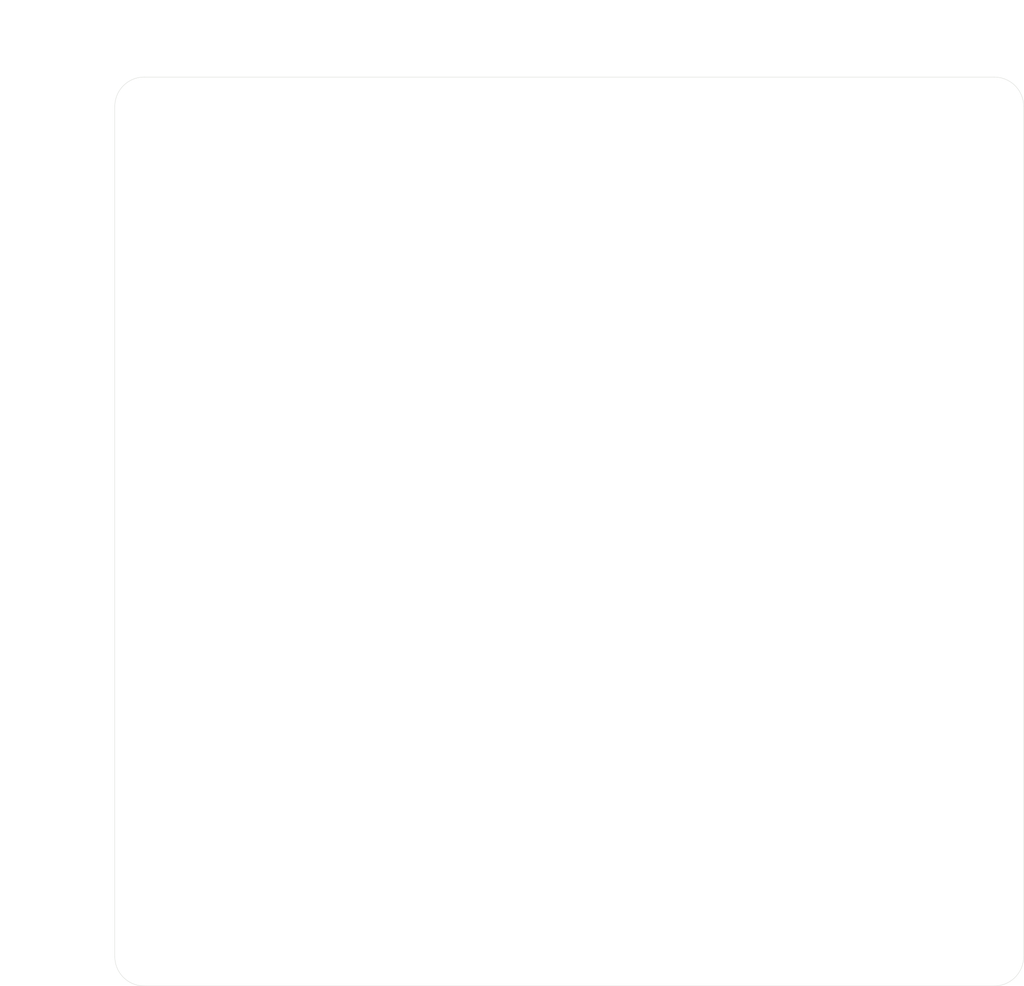
<source format=kicad_pcb>
(kicad_pcb (version 20211014) (generator pcbnew)

  (general
    (thickness 3.66)
  )

  (paper "USLetter")
  (title_block
    (rev "1")
  )

  (layers
    (0 "F.Cu" signal "Front")
    (1 "In1.Cu" signal)
    (2 "In2.Cu" signal)
    (31 "B.Cu" signal "Back")
    (34 "B.Paste" user)
    (35 "F.Paste" user)
    (36 "B.SilkS" user "B.Silkscreen")
    (37 "F.SilkS" user "F.Silkscreen")
    (38 "B.Mask" user)
    (39 "F.Mask" user)
    (44 "Edge.Cuts" user)
    (45 "Margin" user)
    (46 "B.CrtYd" user "B.Courtyard")
    (47 "F.CrtYd" user "F.Courtyard")
    (49 "F.Fab" user)
  )

  (setup
    (stackup
      (layer "F.SilkS" (type "Top Silk Screen"))
      (layer "F.Paste" (type "Top Solder Paste"))
      (layer "F.Mask" (type "Top Solder Mask") (thickness 0.01))
      (layer "F.Cu" (type "copper") (thickness 0.035))
      (layer "dielectric 1" (type "core") (thickness 0.48) (material "FR4") (epsilon_r 4.5) (loss_tangent 0.02))
      (layer "In1.Cu" (type "copper") (thickness 0.035))
      (layer "dielectric 2" (type "prepreg") (thickness 1.51) (material "FR4") (epsilon_r 4.5) (loss_tangent 0.02))
      (layer "In2.Cu" (type "copper") (thickness 0.035))
      (layer "dielectric 3" (type "core") (thickness 1.51) (material "FR4") (epsilon_r 4.5) (loss_tangent 0.02))
      (layer "B.Cu" (type "copper") (thickness 0.035))
      (layer "B.Mask" (type "Bottom Solder Mask") (thickness 0.01))
      (layer "B.Paste" (type "Bottom Solder Paste"))
      (layer "B.SilkS" (type "Bottom Silk Screen"))
      (copper_finish "None")
      (dielectric_constraints no)
    )
    (pad_to_mask_clearance 0)
    (solder_mask_min_width 0.12)
    (pcbplotparams
      (layerselection 0x00010fc_ffffffff)
      (disableapertmacros false)
      (usegerberextensions false)
      (usegerberattributes false)
      (usegerberadvancedattributes false)
      (creategerberjobfile false)
      (svguseinch false)
      (svgprecision 6)
      (excludeedgelayer true)
      (plotframeref false)
      (viasonmask false)
      (mode 1)
      (useauxorigin false)
      (hpglpennumber 1)
      (hpglpenspeed 20)
      (hpglpendiameter 15.000000)
      (dxfpolygonmode true)
      (dxfimperialunits true)
      (dxfusepcbnewfont true)
      (psnegative false)
      (psa4output false)
      (plotreference true)
      (plotvalue false)
      (plotinvisibletext false)
      (sketchpadsonfab false)
      (subtractmaskfromsilk true)
      (outputformat 1)
      (mirror false)
      (drillshape 0)
      (scaleselection 1)
      (outputdirectory "./gerbers")
    )
  )

  (net 0 "")

  (gr_line (start 88.9 146.05) (end 88.9 53.975) (layer "Edge.Cuts") (width 0.0381) (tstamp 3ae92a79-e496-4197-adbd-96b79385c286))
  (gr_line (start 92.075 50.8) (end 184.15 50.8) (layer "Edge.Cuts") (width 0.0381) (tstamp 4ce70b90-c15a-430b-a6b4-ab0ce4afb9b6))
  (gr_line (start 187.325 53.975) (end 187.325 146.05) (layer "Edge.Cuts") (width 0.0381) (tstamp 4fe533ba-deca-489d-b085-8d6a5afaebec))
  (gr_arc (start 92.075 149.225) (mid 89.829936 148.295064) (end 88.9 146.05) (layer "Edge.Cuts") (width 0.0381) (tstamp 50d99519-bd92-4e17-aeb5-cad1a85ca8c6))
  (gr_arc (start 184.15 50.8) (mid 186.395064 51.729936) (end 187.325 53.975) (layer "Edge.Cuts") (width 0.0381) (tstamp 5c3f1218-6804-4188-b422-d35326b48023))
  (gr_arc (start 88.9 53.975) (mid 89.829936 51.729936) (end 92.075 50.8) (layer "Edge.Cuts") (width 0.0381) (tstamp 7dd0733b-aee3-40b9-9576-52a5d3624f91))
  (gr_line (start 184.15 149.225) (end 92.075 149.225) (layer "Edge.Cuts") (width 0.0381) (tstamp 87d47c87-12db-4a06-b48c-f7860c14d07b))
  (gr_arc (start 187.325 146.05) (mid 186.395064 148.295064) (end 184.15 149.225) (layer "Edge.Cuts") (width 0.0381) (tstamp be975860-7886-4080-ba9a-3911765a2eb6))
  (gr_line (start 138.1125 50.8) (end 138.1125 149.225) (layer "F.Fab") (width 0.1) (tstamp 057c3edb-edc7-4304-9509-8251c476d034))
  (gr_line (start 88.9 100.0125) (end 187.325 100.0125) (layer "F.Fab") (width 0.1) (tstamp c28bf560-2ed0-45ad-a682-8cff1aa1075b))
  (dimension (type aligned) (layer "F.Fab") (tstamp 551f3b12-23ec-4613-8b6f-6252a0261baa)
    (pts (xy 88.9 50.8) (xy 88.9 100.0125))
    (height 3.174999)
    (gr_text "1.9375 in" (at 84.575001 75.40625 90) (layer "F.Fab") (tstamp 6ef3971c-642f-48ee-a782-d5d5aca76a03)
      (effects (font (size 1 1) (thickness 0.15)))
    )
    (format (units 3) (units_format 1) (precision 4))
    (style (thickness 0.1) (arrow_length 1.27) (text_position_mode 0) (extension_height 0.58642) (extension_offset 0.5) keep_text_aligned)
  )
  (dimension (type aligned) (layer "F.Fab") (tstamp 700e4b76-4fc1-439f-9624-f4d0ead75298)
    (pts (xy 88.9 50.8) (xy 88.9 149.225))
    (height 6.35)
    (gr_text "3.8750 in" (at 81.4 100.0125 90) (layer "F.Fab") (tstamp 727b1651-8876-444d-ad3d-681f5616c55d)
      (effects (font (size 1 1) (thickness 0.15)))
    )
    (format (units 3) (units_format 1) (precision 4))
    (style (thickness 0.1) (arrow_length 1.27) (text_position_mode 0) (extension_height 0.58642) (extension_offset 0.5) keep_text_aligned)
  )
  (dimension (type aligned) (layer "F.Fab") (tstamp b89ae166-d9bd-4ea4-a195-0ee0231a0dc7)
    (pts (xy 88.9 50.8) (xy 138.1125 50.8))
    (height -3.175)
    (gr_text "1.9375 in" (at 113.50625 46.475) (layer "F.Fab") (tstamp 6f4f2270-ae0d-446a-9e51-92765fa8568c)
      (effects (font (size 1 1) (thickness 0.15)))
    )
    (format (units 3) (units_format 1) (precision 4))
    (style (thickness 0.1) (arrow_length 1.27) (text_position_mode 0) (extension_height 0.58642) (extension_offset 0.5) keep_text_aligned)
  )
  (dimension (type aligned) (layer "F.Fab") (tstamp ef389b85-8464-4f62-be84-6d2817801b6e)
    (pts (xy 88.9 50.8) (xy 187.325 50.8))
    (height -6.35)
    (gr_text "3.8750 in" (at 138.1125 43.3) (layer "F.Fab") (tstamp bb72b763-21d4-47a4-8546-7f577e459313)
      (effects (font (size 1 1) (thickness 0.15)))
    )
    (format (units 0) (units_format 1) (precision 4))
    (style (thickness 0.1) (arrow_length 1.27) (text_position_mode 0) (extension_height 0.58642) (extension_offset 0.5) keep_text_aligned)
  )

)

</source>
